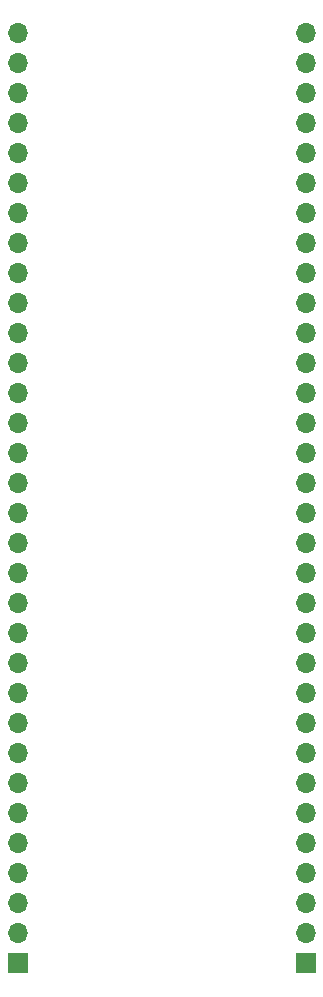
<source format=gbr>
G04 #@! TF.GenerationSoftware,KiCad,Pcbnew,(5.0.1)-4*
G04 #@! TF.CreationDate,2019-05-22T14:07:12-07:00*
G04 #@! TF.ProjectId,stm_proto_board,73746D5F70726F746F5F626F6172642E,rev?*
G04 #@! TF.SameCoordinates,Original*
G04 #@! TF.FileFunction,Copper,L2,Bot,Signal*
G04 #@! TF.FilePolarity,Positive*
%FSLAX46Y46*%
G04 Gerber Fmt 4.6, Leading zero omitted, Abs format (unit mm)*
G04 Created by KiCad (PCBNEW (5.0.1)-4) date 5/22/2019 2:07:12 PM*
%MOMM*%
%LPD*%
G01*
G04 APERTURE LIST*
G04 #@! TA.AperFunction,ComponentPad*
%ADD10R,1.700000X1.700000*%
G04 #@! TD*
G04 #@! TA.AperFunction,ComponentPad*
%ADD11O,1.700000X1.700000*%
G04 #@! TD*
G04 APERTURE END LIST*
D10*
G04 #@! TO.P,J1,1*
G04 #@! TO.N,Net-(J1-Pad1)*
X135636000Y-125730000D03*
D11*
G04 #@! TO.P,J1,2*
G04 #@! TO.N,Net-(J1-Pad2)*
X135636000Y-123190000D03*
G04 #@! TO.P,J1,3*
G04 #@! TO.N,Net-(J1-Pad3)*
X135636000Y-120650000D03*
G04 #@! TO.P,J1,4*
G04 #@! TO.N,Net-(J1-Pad4)*
X135636000Y-118110000D03*
G04 #@! TO.P,J1,5*
G04 #@! TO.N,Net-(J1-Pad5)*
X135636000Y-115570000D03*
G04 #@! TO.P,J1,6*
G04 #@! TO.N,Net-(J1-Pad6)*
X135636000Y-113030000D03*
G04 #@! TO.P,J1,7*
G04 #@! TO.N,Net-(J1-Pad7)*
X135636000Y-110490000D03*
G04 #@! TO.P,J1,8*
G04 #@! TO.N,Net-(J1-Pad8)*
X135636000Y-107950000D03*
G04 #@! TO.P,J1,9*
G04 #@! TO.N,Net-(J1-Pad9)*
X135636000Y-105410000D03*
G04 #@! TO.P,J1,10*
G04 #@! TO.N,Net-(J1-Pad10)*
X135636000Y-102870000D03*
G04 #@! TO.P,J1,11*
G04 #@! TO.N,Net-(J1-Pad11)*
X135636000Y-100330000D03*
G04 #@! TO.P,J1,12*
G04 #@! TO.N,Net-(J1-Pad12)*
X135636000Y-97790000D03*
G04 #@! TO.P,J1,13*
G04 #@! TO.N,Net-(J1-Pad13)*
X135636000Y-95250000D03*
G04 #@! TO.P,J1,14*
G04 #@! TO.N,Net-(J1-Pad14)*
X135636000Y-92710000D03*
G04 #@! TO.P,J1,15*
G04 #@! TO.N,Net-(J1-Pad15)*
X135636000Y-90170000D03*
G04 #@! TO.P,J1,16*
G04 #@! TO.N,Net-(J1-Pad16)*
X135636000Y-87630000D03*
G04 #@! TO.P,J1,17*
G04 #@! TO.N,Net-(J1-Pad17)*
X135636000Y-85090000D03*
G04 #@! TO.P,J1,18*
G04 #@! TO.N,Net-(J1-Pad18)*
X135636000Y-82550000D03*
G04 #@! TO.P,J1,19*
G04 #@! TO.N,Net-(J1-Pad19)*
X135636000Y-80010000D03*
G04 #@! TO.P,J1,20*
G04 #@! TO.N,Net-(J1-Pad20)*
X135636000Y-77470000D03*
G04 #@! TO.P,J1,21*
G04 #@! TO.N,Net-(J1-Pad21)*
X135636000Y-74930000D03*
G04 #@! TO.P,J1,22*
G04 #@! TO.N,Net-(J1-Pad22)*
X135636000Y-72390000D03*
G04 #@! TO.P,J1,23*
G04 #@! TO.N,Net-(J1-Pad23)*
X135636000Y-69850000D03*
G04 #@! TO.P,J1,24*
G04 #@! TO.N,Net-(J1-Pad24)*
X135636000Y-67310000D03*
G04 #@! TO.P,J1,25*
G04 #@! TO.N,Net-(J1-Pad25)*
X135636000Y-64770000D03*
G04 #@! TO.P,J1,26*
G04 #@! TO.N,Net-(J1-Pad26)*
X135636000Y-62230000D03*
G04 #@! TO.P,J1,27*
G04 #@! TO.N,Net-(J1-Pad27)*
X135636000Y-59690000D03*
G04 #@! TO.P,J1,28*
G04 #@! TO.N,Net-(J1-Pad28)*
X135636000Y-57150000D03*
G04 #@! TO.P,J1,29*
G04 #@! TO.N,Net-(J1-Pad29)*
X135636000Y-54610000D03*
G04 #@! TO.P,J1,30*
G04 #@! TO.N,Net-(J1-Pad30)*
X135636000Y-52070000D03*
G04 #@! TO.P,J1,31*
G04 #@! TO.N,Net-(J1-Pad31)*
X135636000Y-49530000D03*
G04 #@! TO.P,J1,32*
G04 #@! TO.N,Net-(J1-Pad32)*
X135636000Y-46990000D03*
G04 #@! TD*
G04 #@! TO.P,J2,32*
G04 #@! TO.N,Net-(J2-Pad32)*
X160020000Y-46990000D03*
G04 #@! TO.P,J2,31*
G04 #@! TO.N,Net-(J2-Pad31)*
X160020000Y-49530000D03*
G04 #@! TO.P,J2,30*
G04 #@! TO.N,Net-(J2-Pad30)*
X160020000Y-52070000D03*
G04 #@! TO.P,J2,29*
G04 #@! TO.N,Net-(J2-Pad29)*
X160020000Y-54610000D03*
G04 #@! TO.P,J2,28*
G04 #@! TO.N,Net-(J2-Pad28)*
X160020000Y-57150000D03*
G04 #@! TO.P,J2,27*
G04 #@! TO.N,Net-(J2-Pad27)*
X160020000Y-59690000D03*
G04 #@! TO.P,J2,26*
G04 #@! TO.N,Net-(J2-Pad26)*
X160020000Y-62230000D03*
G04 #@! TO.P,J2,25*
G04 #@! TO.N,Net-(J2-Pad25)*
X160020000Y-64770000D03*
G04 #@! TO.P,J2,24*
G04 #@! TO.N,Net-(J2-Pad24)*
X160020000Y-67310000D03*
G04 #@! TO.P,J2,23*
G04 #@! TO.N,Net-(J2-Pad23)*
X160020000Y-69850000D03*
G04 #@! TO.P,J2,22*
G04 #@! TO.N,Net-(J2-Pad22)*
X160020000Y-72390000D03*
G04 #@! TO.P,J2,21*
G04 #@! TO.N,Net-(J2-Pad21)*
X160020000Y-74930000D03*
G04 #@! TO.P,J2,20*
G04 #@! TO.N,Net-(J2-Pad20)*
X160020000Y-77470000D03*
G04 #@! TO.P,J2,19*
G04 #@! TO.N,Net-(J2-Pad19)*
X160020000Y-80010000D03*
G04 #@! TO.P,J2,18*
G04 #@! TO.N,Net-(J2-Pad18)*
X160020000Y-82550000D03*
G04 #@! TO.P,J2,17*
G04 #@! TO.N,Net-(J2-Pad17)*
X160020000Y-85090000D03*
G04 #@! TO.P,J2,16*
G04 #@! TO.N,Net-(J2-Pad16)*
X160020000Y-87630000D03*
G04 #@! TO.P,J2,15*
G04 #@! TO.N,Net-(J2-Pad15)*
X160020000Y-90170000D03*
G04 #@! TO.P,J2,14*
G04 #@! TO.N,Net-(J2-Pad14)*
X160020000Y-92710000D03*
G04 #@! TO.P,J2,13*
G04 #@! TO.N,Net-(J2-Pad13)*
X160020000Y-95250000D03*
G04 #@! TO.P,J2,12*
G04 #@! TO.N,Net-(J2-Pad12)*
X160020000Y-97790000D03*
G04 #@! TO.P,J2,11*
G04 #@! TO.N,Net-(J2-Pad11)*
X160020000Y-100330000D03*
G04 #@! TO.P,J2,10*
G04 #@! TO.N,Net-(J2-Pad10)*
X160020000Y-102870000D03*
G04 #@! TO.P,J2,9*
G04 #@! TO.N,Net-(J2-Pad9)*
X160020000Y-105410000D03*
G04 #@! TO.P,J2,8*
G04 #@! TO.N,Net-(J2-Pad8)*
X160020000Y-107950000D03*
G04 #@! TO.P,J2,7*
G04 #@! TO.N,Net-(J2-Pad7)*
X160020000Y-110490000D03*
G04 #@! TO.P,J2,6*
G04 #@! TO.N,Net-(J2-Pad6)*
X160020000Y-113030000D03*
G04 #@! TO.P,J2,5*
G04 #@! TO.N,Net-(J2-Pad5)*
X160020000Y-115570000D03*
G04 #@! TO.P,J2,4*
G04 #@! TO.N,Net-(J2-Pad4)*
X160020000Y-118110000D03*
G04 #@! TO.P,J2,3*
G04 #@! TO.N,Net-(J2-Pad3)*
X160020000Y-120650000D03*
G04 #@! TO.P,J2,2*
G04 #@! TO.N,Net-(J2-Pad2)*
X160020000Y-123190000D03*
D10*
G04 #@! TO.P,J2,1*
G04 #@! TO.N,Net-(J2-Pad1)*
X160020000Y-125730000D03*
G04 #@! TD*
M02*

</source>
